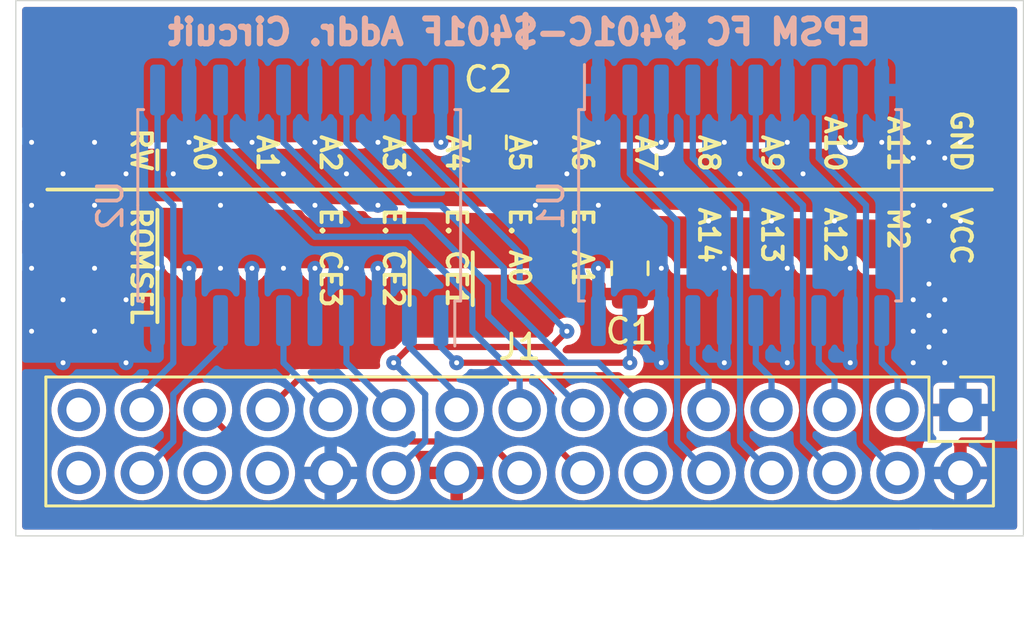
<source format=kicad_pcb>
(kicad_pcb (version 20211014) (generator pcbnew)
  (layers (0 "F.Cu" mixed) (31 "B.Cu" mixed) (34 "B.Paste" user) (35 "F.Paste" user) (36 "B.SilkS" user "B.Silkscreen") (37 "F.SilkS" user "F.Silkscreen") (38 "B.Mask" user) (39 "F.Mask" user) (44 "Edge.Cuts" user))
  (net 0 "")
  (net 1 "/CPU_A11")
  (net 2 "/M2")
  (net 3 "/CPU_A10")
  (net 4 "/CPU_A12")
  (net 5 "/CPU_A9")
  (net 6 "/CPU_A13")
  (net 7 "/CPU_A8")
  (net 8 "/CPU_A14")
  (net 9 "/CPU_A7")
  (net 10 "/CPU_A6")
  (net 11 "/CPU_A5")
  (net 12 "/CPU_A4")
  (net 13 "/CPU_A3")
  (net 14 "/CPU_A2")
  (net 15 "/CPU_A1")
  (net 16 "/CPU_A0")
  (net 17 "/CPU_R~{W}")
  (net 18 "/~{ROMSEL}")
  (net 19 "Net-(U1-Pad19)")
  (net 20 "/EPSM_~{CE2}")
  (net 21 "/GND")
  (net 22 "/VCC")
  (footprint "Capacitor_SMD:C_0805_2012Metric_Pad1.18x1.45mm_HandSolder" (layer "F.Cu") (at 130.81 127 90)
    (fp_text reference "C1" (at -2.54 0 180) (layer "F.SilkS"))
    (fp_text value "0.1uF")
    (fp_line (start -0.261252 0.735) (end 0.261252 0.735) (layer "F.SilkS") (width 0.12))
    (fp_line (start -0.261252 -0.735) (end 0.261252 -0.735) (layer "F.SilkS") (width 0.12))
    (pad "1" smd roundrect (at -1.0375 0 90) (size 1.175 1.45) (layers "F.Cu" "F.Paste" "F.Mask") (roundrect_rratio 0.212766) (net 21 "/GND"))
    (pad "2" smd roundrect (at 1.0375 0 90) (size 1.175 1.45) (layers "F.Cu" "F.Paste" "F.Mask") (roundrect_rratio 0.212766) (net 22 "/VCC"))
  )
  (footprint "Capacitor_SMD:C_0805_2012Metric_Pad1.18x1.45mm_HandSolder" (layer "F.Cu") (at 125.095 121.92 90)
    (fp_text reference "C2" (at 2.54 0 180) (layer "F.SilkS"))
    (fp_text value "0.1uF")
    (fp_line (start -0.261252 -0.735) (end 0.261252 -0.735) (layer "F.SilkS") (width 0.12))
    (fp_line (start -0.261252 0.735) (end 0.261252 0.735) (layer "F.SilkS") (width 0.12))
    (pad "1" smd roundrect (at -1.0375 0 90) (size 1.175 1.45) (layers "F.Cu" "F.Paste" "F.Mask") (roundrect_rratio 0.212766) (net 21 "/GND"))
    (pad "2" smd roundrect (at 1.0375 0 90) (size 1.175 1.45) (layers "F.Cu" "F.Paste" "F.Mask") (roundrect_rratio 0.212766) (net 22 "/VCC"))
  )
  (footprint "Connector_PinHeader_2.54mm:PinHeader_2x15_P2.54mm_Vertical" (layer "F.Cu") (at 144.145 132.715 -90)
    (fp_text reference "J1" (at -2.54 17.78) (layer "F.SilkS"))
    (fp_text value "EPSM_ADDRESSING")
    (fp_line (start -1.33 -1.33) (end 0 -1.33) (layer "F.SilkS") (width 0.12))
    (fp_line (start -1.33 1.27) (end 1.27 1.27) (layer "F.SilkS") (width 0.12))
    (fp_line (start -1.33 0) (end -1.33 -1.33) (layer "F.SilkS") (width 0.12))
    (fp_line (start 1.27 -1.33) (end 3.87 -1.33) (layer "F.SilkS") (width 0.12))
    (fp_line (start 3.87 -1.33) (end 3.87 36.89) (layer "F.SilkS") (width 0.12))
    (fp_line (start 1.27 1.27) (end 1.27 -1.33) (layer "F.SilkS") (width 0.12))
    (fp_line (start -1.33 1.27) (end -1.33 36.89) (layer "F.SilkS") (width 0.12))
    (fp_line (start -1.33 36.89) (end 3.87 36.89) (layer "F.SilkS") (width 0.12))
    (pad "1" thru_hole rect (at 0 0 270) (size 1.7 1.7) (drill 1) (layers *.Cu *.Mask) (net 21 "/GND"))
    (pad "2" thru_hole oval (at 2.54 0 270) (size 1.7 1.7) (drill 1) (layers *.Cu *.Mask) (net 22 "/VCC"))
    (pad "3" thru_hole oval (at 0 2.54 270) (size 1.7 1.7) (drill 1) (layers *.Cu *.Mask) (net 1 "/CPU_A11"))
    (pad "4" thru_hole oval (at 2.54 2.54 270) (size 1.7 1.7) (drill 1) (layers *.Cu *.Mask) (net 2 "/M2"))
    (pad "5" thru_hole oval (at 0 5.08 270) (size 1.7 1.7) (drill 1) (layers *.Cu *.Mask) (net 3 "/CPU_A10"))
    (pad "6" thru_hole oval (at 2.54 5.08 270) (size 1.7 1.7) (drill 1) (layers *.Cu *.Mask) (net 4 "/CPU_A12"))
    (pad "7" thru_hole oval (at 0 7.62 270) (size 1.7 1.7) (drill 1) (layers *.Cu *.Mask) (net 5 "/CPU_A9"))
    (pad "8" thru_hole oval (at 2.54 7.62 270) (size 1.7 1.7) (drill 1) (layers *.Cu *.Mask) (net 6 "/CPU_A13"))
    (pad "9" thru_hole oval (at 0 10.16 270) (size 1.7 1.7) (drill 1) (layers *.Cu *.Mask) (net 7 "/CPU_A8"))
    (pad "10" thru_hole oval (at 2.54 10.16 270) (size 1.7 1.7) (drill 1) (layers *.Cu *.Mask) (net 8 "/CPU_A14"))
    (pad "11" thru_hole oval (at 0 12.7 270) (size 1.7 1.7) (drill 1) (layers *.Cu *.Mask) (net 9 "/CPU_A7"))
    (pad "12" thru_hole oval (at 2.54 12.7 270) (size 1.7 1.7) (drill 1) (layers *.Cu *.Mask))
    (pad "13" thru_hole oval (at 0 15.24 270) (size 1.7 1.7) (drill 1) (layers *.Cu *.Mask) (net 10 "/CPU_A6"))
    (pad "14" thru_hole oval (at 2.54 15.24 270) (size 1.7 1.7) (drill 1) (layers *.Cu *.Mask) (net 15 "/CPU_A1"))
    (pad "15" thru_hole oval (at 0 17.78 270) (size 1.7 1.7) (drill 1) (layers *.Cu *.Mask) (net 11 "/CPU_A5"))
    (pad "16" thru_hole oval (at 2.54 17.78 270) (size 1.7 1.7) (drill 1) (layers *.Cu *.Mask) (net 16 "/CPU_A0"))
    (pad "17" thru_hole oval (at 0 20.32 270) (size 1.7 1.7) (drill 1) (layers *.Cu *.Mask) (net 12 "/CPU_A4"))
    (pad "18" thru_hole oval (at 2.54 20.32 270) (size 1.7 1.7) (drill 1) (layers *.Cu *.Mask) (net 21 "/GND"))
    (pad "19" thru_hole oval (at 0 22.86 270) (size 1.7 1.7) (drill 1) (layers *.Cu *.Mask) (net 13 "/CPU_A3"))
    (pad "20" thru_hole oval (at 2.54 22.86 270) (size 1.7 1.7) (drill 1) (layers *.Cu *.Mask) (net 20 "/EPSM_~{CE2}"))
    (pad "21" thru_hole oval (at 0 25.4 270) (size 1.7 1.7) (drill 1) (layers *.Cu *.Mask) (net 14 "/CPU_A2"))
    (pad "22" thru_hole oval (at 2.54 25.4 270) (size 1.7 1.7) (drill 1) (layers *.Cu *.Mask) (net 22 "/VCC"))
    (pad "23" thru_hole oval (at 0 27.94 270) (size 1.7 1.7) (drill 1) (layers *.Cu *.Mask) (net 15 "/CPU_A1"))
    (pad "24" thru_hole oval (at 2.54 27.94 270) (size 1.7 1.7) (drill 1) (layers *.Cu *.Mask))
    (pad "25" thru_hole oval (at 0 30.48 270) (size 1.7 1.7) (drill 1) (layers *.Cu *.Mask) (net 16 "/CPU_A0"))
    (pad "26" thru_hole oval (at 2.54 30.48 270) (size 1.7 1.7) (drill 1) (layers *.Cu *.Mask))
    (pad "27" thru_hole oval (at 0 33.02 270) (size 1.7 1.7) (drill 1) (layers *.Cu *.Mask) (net 17 "/CPU_R~{W}"))
    (pad "28" thru_hole oval (at 2.54 33.02 270) (size 1.7 1.7) (drill 1) (layers *.Cu *.Mask) (net 18 "/~{ROMSEL}"))
    (pad "29" thru_hole oval (at 0 35.56 270) (size 1.7 1.7) (drill 1) (layers *.Cu *.Mask))
    (pad "30" thru_hole oval (at 2.54 35.56 270) (size 1.7 1.7) (drill 1) (layers *.Cu *.Mask))
  )
  (footprint "Package_SO:SOIC-20W_7.5x12.8mm_P1.27mm" (layer "B.Cu") (at 117.475 124.46 90)
    (fp_text reference "U2" (at 0 -7.62 90) (layer "B.SilkS") (effects (justify mirror)))
    (fp_text value "74HC688")
    (fp_line (start -3.86 6.275) (end -5.675 6.275) (layer "B.SilkS") (width 0.12))
    (fp_line (start -3.86 6.51) (end -3.86 6.275) (layer "B.SilkS") (width 0.12))
    (fp_line (start 0 -6.51) (end -3.86 -6.51) (layer "B.SilkS") (width 0.12))
    (fp_line (start 0 6.51) (end -3.86 6.51) (layer "B.SilkS") (width 0.12))
    (fp_line (start 0 -6.51) (end 3.86 -6.51) (layer "B.SilkS") (width 0.12))
    (fp_line (start 3.86 -6.51) (end 3.86 -6.275) (layer "B.SilkS") (width 0.12))
    (fp_line (start -3.86 -6.51) (end -3.86 -6.275) (layer "B.SilkS") (width 0.12))
    (fp_line (start 0 6.51) (end 3.86 6.51) (layer "B.SilkS") (width 0.12))
    (fp_line (start 3.86 6.51) (end 3.86 6.275) (layer "B.SilkS") (width 0.12))
    (pad "1" smd roundrect (at -4.65 5.715 90) (size 2.05 0.6) (layers "B.Cu" "B.Paste" "B.Mask") (net 19 "Net-(U1-Pad19)"))
    (pad "2" smd roundrect (at -4.65 4.445 90) (size 2.05 0.6) (layers "B.Cu" "B.Paste" "B.Mask") (net 12 "/CPU_A4"))
    (pad "3" smd roundrect (at -4.65 3.175 90) (size 2.05 0.6) (layers "B.Cu" "B.Paste" "B.Mask") (net 22 "/VCC"))
    (pad "4" smd roundrect (at -4.65 1.905 90) (size 2.05 0.6) (layers "B.Cu" "B.Paste" "B.Mask") (net 13 "/CPU_A3"))
    (pad "5" smd roundrect (at -4.65 0.635 90) (size 2.05 0.6) (layers "B.Cu" "B.Paste" "B.Mask") (net 22 "/VCC"))
    (pad "6" smd roundrect (at -4.65 -0.635 90) (size 2.05 0.6) (layers "B.Cu" "B.Paste" "B.Mask") (net 14 "/CPU_A2"))
    (pad "7" smd roundrect (at -4.65 -1.905 90) (size 2.05 0.6) (layers "B.Cu" "B.Paste" "B.Mask") (net 22 "/VCC"))
    (pad "8" smd roundrect (at -4.65 -3.175 90) (size 2.05 0.6) (layers "B.Cu" "B.Paste" "B.Mask") (net 18 "/~{ROMSEL}"))
    (pad "9" smd roundrect (at -4.65 -4.445 90) (size 2.05 0.6) (layers "B.Cu" "B.Paste" "B.Mask") (net 22 "/VCC"))
    (pad "10" smd roundrect (at -4.65 -5.715 90) (size 2.05 0.6) (layers "B.Cu" "B.Paste" "B.Mask") (net 21 "/GND"))
    (pad "11" smd roundrect (at 4.65 -5.715 90) (size 2.05 0.6) (layers "B.Cu" "B.Paste" "B.Mask") (net 17 "/CPU_R~{W}"))
    (pad "12" smd roundrect (at 4.65 -4.445 90) (size 2.05 0.6) (layers "B.Cu" "B.Paste" "B.Mask") (net 21 "/GND"))
    (pad "13" smd roundrect (at 4.65 -3.175 90) (size 2.05 0.6) (layers "B.Cu" "B.Paste" "B.Mask") (net 11 "/CPU_A5"))
    (pad "14" smd roundrect (at 4.65 -1.905 90) (size 2.05 0.6) (layers "B.Cu" "B.Paste" "B.Mask") (net 21 "/GND"))
    (pad "15" smd roundrect (at 4.65 -0.635 90) (size 2.05 0.6) (layers "B.Cu" "B.Paste" "B.Mask") (net 10 "/CPU_A6"))
    (pad "16" smd roundrect (at 4.65 0.635 90) (size 2.05 0.6) (layers "B.Cu" "B.Paste" "B.Mask") (net 21 "/GND"))
    (pad "17" smd roundrect (at 4.65 1.905 90) (size 2.05 0.6) (layers "B.Cu" "B.Paste" "B.Mask") (net 9 "/CPU_A7"))
    (pad "18" smd roundrect (at 4.65 3.175 90) (size 2.05 0.6) (layers "B.Cu" "B.Paste" "B.Mask") (net 21 "/GND"))
    (pad "19" smd roundrect (at 4.65 4.445 90) (size 2.05 0.6) (layers "B.Cu" "B.Paste" "B.Mask") (net 20 "/EPSM_~{CE2}"))
    (pad "20" smd roundrect (at 4.65 5.715 90) (size 2.05 0.6) (layers "B.Cu" "B.Paste" "B.Mask") (net 22 "/VCC"))
  )
  (footprint "Package_SO:SOIC-20W_7.5x12.8mm_P1.27mm" (layer "B.Cu") (at 135.255 124.46 -90)
    (fp_text reference "U1" (at 0 7.62 90) (layer "B.SilkS") (effects (justify mirror)))
    (fp_text value "74HC688")
    (fp_line (start -3.86 6.51) (end -3.86 6.275) (layer "B.SilkS") (width 0.12))
    (fp_line (start 3.86 6.51) (end 3.86 6.275) (layer "B.SilkS") (width 0.12))
    (fp_line (start 0 -6.51) (end -3.86 -6.51) (layer "B.SilkS") (width 0.12))
    (fp_line (start 0 -6.51) (end 3.86 -6.51) (layer "B.SilkS") (width 0.12))
    (fp_line (start 0 6.51) (end 3.86 6.51) (layer "B.SilkS") (width 0.12))
    (fp_line (start 3.86 -6.51) (end 3.86 -6.275) (layer "B.SilkS") (width 0.12))
    (fp_line (start -3.86 -6.51) (end -3.86 -6.275) (layer "B.SilkS") (width 0.12))
    (fp_line (start -3.86 6.275) (end -5.675 6.275) (layer "B.SilkS") (width 0.12))
    (fp_line (start 0 6.51) (end -3.86 6.51) (layer "B.SilkS") (width 0.12))
    (pad "1" smd roundrect (at -4.65 5.715 270) (size 2.05 0.6) (layers "B.Cu" "B.Paste" "B.Mask") (net 21 "/GND"))
    (pad "2" smd roundrect (at -4.65 4.445 270) (size 2.05 0.6) (layers "B.Cu" "B.Paste" "B.Mask") (net 8 "/CPU_A14"))
    (pad "3" smd roundrect (at -4.65 3.175 270) (size 2.05 0.6) (layers "B.Cu" "B.Paste" "B.Mask") (net 22 "/VCC"))
    (pad "4" smd roundrect (at -4.65 1.905 270) (size 2.05 0.6) (layers "B.Cu" "B.Paste" "B.Mask") (net 6 "/CPU_A13"))
    (pad "5" smd roundrect (at -4.65 0.635 270) (size 2.05 0.6) (layers "B.Cu" "B.Paste" "B.Mask") (net 21 "/GND"))
    (pad "6" smd roundrect (at -4.65 -0.635 270) (size 2.05 0.6) (layers "B.Cu" "B.Paste" "B.Mask") (net 4 "/CPU_A12"))
    (pad "7" smd roundrect (at -4.65 -1.905 270) (size 2.05 0.6) (layers "B.Cu" "B.Paste" "B.Mask") (net 21 "/GND"))
    (pad "8" smd roundrect (at -4.65 -3.175 270) (size 2.05 0.6) (layers "B.Cu" "B.Paste" "B.Mask") (net 2 "/M2"))
    (pad "9" smd roundrect (at -4.65 -4.445 270) (size 2.05 0.6) (layers "B.Cu" "B.Paste" "B.Mask") (net 22 "/VCC"))
    (pad "10" smd roundrect (at -4.65 -5.715 270) (size 2.05 0.6) (layers "B.Cu" "B.Paste" "B.Mask") (net 21 "/GND"))
    (pad "11" smd roundrect (at 4.65 -5.715 270) (size 2.05 0.6) (layers "B.Cu" "B.Paste" "B.Mask") (net 1 "/CPU_A11"))
    (pad "12" smd roundrect (at 4.65 -4.445 270) (size 2.05 0.6) (layers "B.Cu" "B.Paste" "B.Mask") (net 21 "/GND"))
    (pad "13" smd roundrect (at 4.65 -3.175 270) (size 2.05 0.6) (layers "B.Cu" "B.Paste" "B.Mask") (net 3 "/CPU_A10"))
    (pad "14" smd roundrect (at 4.65 -1.905 270) (size 2.05 0.6) (layers "B.Cu" "B.Paste" "B.Mask") (net 21 "/GND"))
    (pad "15" smd roundrect (at 4.65 -0.635 270) (size 2.05 0.6) (layers "B.Cu" "B.Paste" "B.Mask") (net 5 "/CPU_A9"))
    (pad "16" smd roundrect (at 4.65 0.635 270) (size 2.05 0.6) (layers "B.Cu" "B.Paste" "B.Mask") (net 21 "/GND"))
    (pad "17" smd roundrect (at 4.65 1.905 270) (size 2.05 0.6) (layers "B.Cu" "B.Paste" "B.Mask") (net 7 "/CPU_A8"))
    (pad "18" smd roundrect (at 4.65 3.175 270) (size 2.05 0.6) (layers "B.Cu" "B.Paste" "B.Mask") (net 21 "/GND"))
    (pad "19" smd roundrect (at 4.65 4.445 270) (size 2.05 0.6) (layers "B.Cu" "B.Paste" "B.Mask") (net 19 "Net-(U1-Pad19)"))
    (pad "20" smd roundrect (at 4.65 5.715 270) (size 2.05 0.6) (layers "B.Cu" "B.Paste" "B.Mask") (net 22 "/VCC"))
  )
  (gr_line (start 145.415 123.825) (end 107.315 123.825) (layer "F.SilkS") (width 0.15))
  (gr_rect (start 146.685 137.795) (end 106.045 116.205) (layer "Edge.Cuts") (width 0.05) (fill none))
  (gr_text "EPSM FC $401C-$401F Addr. Circuit" (at 126.365 117.475) (layer "B.SilkS") (effects (font (size 1 1) (thickness 0.25)) (justify mirror)))
  (gr_text "GND\n\nA11\n\nA10\n\nA9\n\nA8\n\nA7\n\nA6\n\nA5\n\nA4\n\nA3\n\nA2\n\nA1\n\nA0\n\nR~{W}\n\n " (at 126.365 123.19 270) (layer "F.SilkS") (effects (font (size 0.79 0.8) (thickness 0.15875)) (justify right)))
  (gr_text "VCC\n\nM2\n\nA12\n\nA13\n\nA14\n\n \n\nE. A1\n\nE. A0\n\nE. ~{CE1}\n\nE. ~{CE2}\n\nE. CE3\n\n \n\n \n\n~{ROMSEL}\n\n " (at 126.365 124.46 270) (layer "F.SilkS") (effects (font (size 0.79 0.8) (thickness 0.15875)) (justify left)))
  (segment (start 141.605 131.445) (end 140.97 130.81) (width 0.25) (layer "B.Cu") (net 1))
  (segment (start 140.97 130.81) (end 140.97 129.11) (width 0.25) (layer "B.Cu") (net 1))
  (segment (start 141.605 132.715) (end 141.605 131.445) (width 0.25) (layer "B.Cu") (net 1))
  (segment (start 140.335 124.46) (end 138.43 122.555) (width 0.25) (layer "B.Cu") (net 2))
  (segment (start 140.335 132.715) (end 140.335 124.46) (width 0.25) (layer "B.Cu") (net 2))
  (segment (start 140.335 133.985) (end 140.335 132.715) (width 0.25) (layer "B.Cu") (net 2))
  (segment (start 141.605 135.255) (end 140.335 133.985) (width 0.25) (layer "B.Cu") (net 2))
  (segment (start 138.43 122.555) (end 138.43 119.81) (width 0.25) (layer "B.Cu") (net 2))
  (segment (start 138.43 130.81) (end 138.43 129.11) (width 0.25) (layer "B.Cu") (net 3))
  (segment (start 139.065 132.715) (end 139.065 131.445) (width 0.25) (layer "B.Cu") (net 3))
  (segment (start 139.065 131.445) (end 138.43 130.81) (width 0.25) (layer "B.Cu") (net 3))
  (segment (start 135.89 122.555) (end 135.89 119.81) (width 0.25) (layer "B.Cu") (net 4))
  (segment (start 137.795 132.715) (end 137.795 124.46) (width 0.25) (layer "B.Cu") (net 4))
  (segment (start 139.065 135.255) (end 137.795 133.985) (width 0.25) (layer "B.Cu") (net 4))
  (segment (start 137.795 124.46) (end 135.89 122.555) (width 0.25) (layer "B.Cu") (net 4))
  (segment (start 137.795 133.985) (end 137.795 132.715) (width 0.25) (layer "B.Cu") (net 4))
  (segment (start 136.525 132.715) (end 136.525 131.445) (width 0.25) (layer "B.Cu") (net 5))
  (segment (start 136.525 131.445) (end 135.89 130.81) (width 0.25) (layer "B.Cu") (net 5))
  (segment (start 135.89 130.81) (end 135.89 129.11) (width 0.25) (layer "B.Cu") (net 5))
  (segment (start 135.255 133.985) (end 135.255 132.715) (width 0.25) (layer "B.Cu") (net 6))
  (segment (start 133.35 122.555) (end 133.35 119.81) (width 0.25) (layer "B.Cu") (net 6))
  (segment (start 136.525 135.255) (end 135.255 133.985) (width 0.25) (layer "B.Cu") (net 6))
  (segment (start 135.255 132.715) (end 135.255 124.46) (width 0.25) (layer "B.Cu") (net 6))
  (segment (start 135.255 124.46) (end 133.35 122.555) (width 0.25) (layer "B.Cu") (net 6))
  (segment (start 133.985 132.715) (end 133.985 131.445) (width 0.25) (layer "B.Cu") (net 7))
  (segment (start 133.35 130.81) (end 133.35 129.11) (width 0.25) (layer "B.Cu") (net 7))
  (segment (start 133.985 131.445) (end 133.35 130.81) (width 0.25) (layer "B.Cu") (net 7))
  (segment (start 132.715 133.985) (end 132.715 132.715) (width 0.25) (layer "B.Cu") (net 8))
  (segment (start 130.81 123.19) (end 130.81 119.81) (width 0.25) (layer "B.Cu") (net 8))
  (segment (start 132.715 132.715) (end 132.715 125.095) (width 0.25) (layer "B.Cu") (net 8))
  (segment (start 132.715 125.095) (end 130.81 123.19) (width 0.25) (layer "B.Cu") (net 8))
  (segment (start 133.985 135.255) (end 132.715 133.985) (width 0.25) (layer "B.Cu") (net 8))
  (segment (start 119.38 119.81) (end 119.38 121.92) (width 0.25) (layer "B.Cu") (net 9))
  (segment (start 123.19 124.46) (end 125.73 127) (width 0.25) (layer "B.Cu") (net 9))
  (segment (start 129.54 130.81) (end 131.445 132.715) (width 0.25) (layer "B.Cu") (net 9))
  (segment (start 128.27 130.81) (end 129.54 130.81) (width 0.25) (layer "B.Cu") (net 9))
  (segment (start 125.73 127) (end 125.73 128.27) (width 0.25) (layer "B.Cu") (net 9))
  (segment (start 125.73 128.27) (end 128.27 130.81) (width 0.25) (layer "B.Cu") (net 9))
  (segment (start 121.92 124.46) (end 123.19 124.46) (width 0.25) (layer "B.Cu") (net 9))
  (segment (start 119.38 121.92) (end 121.92 124.46) (width 0.25) (layer "B.Cu") (net 9))
  (segment (start 120.65 125.095) (end 120.015 125.095) (width 0.25) (layer "B.Cu") (net 10))
  (segment (start 123.19 125.73) (end 122.555 125.095) (width 0.25) (layer "B.Cu") (net 10))
  (segment (start 125.095 127.635) (end 123.19 125.73) (width 0.25) (layer "B.Cu") (net 10))
  (segment (start 122.555 125.095) (end 120.65 125.095) (width 0.25) (layer "B.Cu") (net 10))
  (segment (start 128.905 132.715) (end 125.095 128.905) (width 0.25) (layer "B.Cu") (net 10))
  (segment (start 125.095 128.905) (end 125.095 127.635) (width 0.25) (layer "B.Cu") (net 10))
  (segment (start 116.84 121.92) (end 116.84 119.81) (width 0.25) (layer "B.Cu") (net 10))
  (segment (start 120.015 125.095) (end 116.84 121.92) (width 0.25) (layer "B.Cu") (net 10))
  (segment (start 120.65 125.73) (end 118.11 125.73) (width 0.25) (layer "B.Cu") (net 11))
  (segment (start 124.46 128.27) (end 121.92 125.73) (width 0.25) (layer "B.Cu") (net 11))
  (segment (start 126.365 132.715) (end 126.365 131.445) (width 0.25) (layer "B.Cu") (net 11))
  (segment (start 124.46 129.54) (end 124.46 128.27) (width 0.25) (layer "B.Cu") (net 11))
  (segment (start 118.11 125.73) (end 114.3 121.92) (width 0.25) (layer "B.Cu") (net 11))
  (segment (start 121.92 125.73) (end 120.65 125.73) (width 0.25) (layer "B.Cu") (net 11))
  (segment (start 126.365 131.445) (end 124.46 129.54) (width 0.25) (layer "B.Cu") (net 11))
  (segment (start 114.3 121.92) (end 114.3 119.81) (width 0.25) (layer "B.Cu") (net 11))
  (segment (start 121.92 130.175) (end 121.92 129.11) (width 0.25) (layer "B.Cu") (net 12))
  (segment (start 123.825 132.08) (end 121.92 130.175) (width 0.25) (layer "B.Cu") (net 12))
  (segment (start 123.825 132.715) (end 123.825 132.08) (width 0.25) (layer "B.Cu") (net 12))
  (segment (start 119.38 130.81) (end 119.38 129.11) (width 0.25) (layer "B.Cu") (net 13))
  (segment (start 121.285 132.715) (end 119.38 130.81) (width 0.25) (layer "B.Cu") (net 13))
  (segment (start 116.84 130.81) (end 116.84 129.11) (width 0.25) (layer "B.Cu") (net 14))
  (segment (start 118.745 132.715) (end 116.84 130.81) (width 0.25) (layer "B.Cu") (net 14))
  (segment (start 127.635 132.08) (end 127 131.445) (width 0.25) (layer "F.Cu") (net 15))
  (segment (start 117.475 131.445) (end 116.205 132.715) (width 0.25) (layer "F.Cu") (net 15))
  (segment (start 127 131.445) (end 117.475 131.445) (width 0.25) (layer "F.Cu") (net 15))
  (segment (start 127.635 133.985) (end 127.635 132.08) (width 0.25) (layer "F.Cu") (net 15))
  (segment (start 128.905 135.255) (end 127.635 133.985) (width 0.25) (layer "F.Cu") (net 15))
  (segment (start 114.935 133.985) (end 113.665 132.715) (width 0.25) (layer "F.Cu") (net 16))
  (segment (start 126.365 135.255) (end 125.095 133.985) (width 0.25) (layer "F.Cu") (net 16))
  (segment (start 125.095 133.985) (end 114.935 133.985) (width 0.25) (layer "F.Cu") (net 16))
  (segment (start 111.125 132.715) (end 111.125 132.08) (width 0.25) (layer "B.Cu") (net 17))
  (segment (start 111.76 123.825) (end 111.76 119.81) (width 0.25) (layer "B.Cu") (net 17))
  (segment (start 112.395 130.81) (end 112.395 124.46) (width 0.25) (layer "B.Cu") (net 17))
  (segment (start 112.395 124.46) (end 111.76 123.825) (width 0.25) (layer "B.Cu") (net 17))
  (segment (start 111.125 132.08) (end 112.395 130.81) (width 0.25) (layer "B.Cu") (net 17))
  (segment (start 111.125 135.255) (end 112.395 133.985) (width 0.25) (layer "B.Cu") (net 18))
  (segment (start 112.395 133.985) (end 112.395 132.715) (width 0.25) (layer "B.Cu") (net 18))
  (segment (start 112.395 132.715) (end 112.395 132.08) (width 0.25) (layer "B.Cu") (net 18))
  (segment (start 114.3 130.175) (end 114.3 129.11) (width 0.25) (layer "B.Cu") (net 18))
  (segment (start 112.395 132.08) (end 114.3 130.175) (width 0.25) (layer "B.Cu") (net 18))
  (segment (start 130.81 130.81) (end 123.825 130.81) (width 0.25) (layer "F.Cu") (net 19))
  (via (at 130.81 130.81) (size 0.6) (drill 0.2) (layers "F.Cu" "B.Cu") (net 19))
  (via (at 123.825 130.81) (size 0.6) (drill 0.2) (layers "F.Cu" "B.Cu") (net 19))
  (segment (start 123.825 130.81) (end 123.19 130.175) (width 0.25) (layer "B.Cu") (net 19))
  (segment (start 130.81 129.11) (end 130.81 130.81) (width 0.25) (layer "B.Cu") (net 19))
  (segment (start 123.19 130.175) (end 123.19 129.11) (width 0.25) (layer "B.Cu") (net 19))
  (segment (start 121.92 130.175) (end 127.635 130.175) (width 0.25) (layer "F.Cu") (net 20))
  (segment (start 127.635 130.175) (end 128.27 129.54) (width 0.25) (layer "F.Cu") (net 20))
  (segment (start 121.285 130.81) (end 121.92 130.175) (width 0.25) (layer "F.Cu") (net 20))
  (via (at 128.27 129.54) (size 0.6) (drill 0.2) (layers "F.Cu" "B.Cu") (net 20))
  (via (at 121.285 130.81) (size 0.6) (drill 0.2) (layers "F.Cu" "B.Cu") (net 20))
  (segment (start 122.555 133.985) (end 121.285 135.255) (width 0.25) (layer "B.Cu") (net 20))
  (segment (start 122.555 132.715) (end 122.555 133.985) (width 0.25) (layer "B.Cu") (net 20))
  (segment (start 126.365 126.365) (end 126.365 127.635) (width 0.25) (layer "B.Cu") (net 20))
  (segment (start 121.285 130.81) (end 122.555 132.08) (width 0.25) (layer "B.Cu") (net 20))
  (segment (start 121.92 121.92) (end 126.365 126.365) (width 0.25) (layer "B.Cu") (net 20))
  (segment (start 122.555 132.08) (end 122.555 132.715) (width 0.25) (layer "B.Cu") (net 20))
  (segment (start 126.365 127.635) (end 128.27 129.54) (width 0.25) (layer "B.Cu") (net 20))
  (segment (start 121.92 119.81) (end 121.92 121.92) (width 0.25) (layer "B.Cu") (net 20))
  (via (at 144.145 121.92) (size 0.6) (drill 0.2) (layers "F.Cu" "B.Cu") (net 21))
  (via (at 137.16 130.81) (size 0.6) (drill 0.2) (layers "F.Cu" "B.Cu") (net 21))
  (via (at 120.65 121.92) (size 0.6) (drill 0.2) (layers "F.Cu" "B.Cu") (net 21))
  (via (at 137.795 123.19) (size 0.6) (drill 0.2) (layers "F.Cu" "B.Cu") (net 21))
  (via (at 106.68 127) (size 0.6) (drill 0.2) (layers "F.Cu" "B.Cu") (net 21))
  (via (at 132.08 123.19) (size 0.6) (drill 0.2) (layers "F.Cu" "B.Cu") (net 21))
  (via (at 127 121.92) (size 0.6) (drill 0.2) (layers "F.Cu" "B.Cu") (net 21))
  (via (at 134.62 130.81) (size 0.6) (drill 0.2) (layers "F.Cu" "B.Cu") (net 21))
  (via (at 129.54 121.92) (size 0.6) (drill 0.2) (layers "F.Cu" "B.Cu") (net 21))
  (via (at 118.11 124.46) (size 0.6) (drill 0.2) (layers "F.Cu" "B.Cu") (net 21))
  (via (at 110.49 130.81) (size 0.6) (drill 0.2) (layers "F.Cu" "B.Cu") (net 21))
  (via (at 114.3 124.46) (size 0.6) (drill 0.2) (layers "F.Cu" "B.Cu") (net 21))
  (via (at 112.395 123.19) (size 0.6) (drill 0.2) (layers "F.Cu" "B.Cu") (net 21))
  (via (at 144.145 125.095) (size 0.6) (drill 0.2) (layers "F.Cu" "B.Cu") (net 21))
  (via (at 137.16 127) (size 0.6) (drill 0.2) (layers "F.Cu" "B.Cu") (net 21))
  (via (at 142.24 124.46) (size 0.6) (drill 0.2) (layers "F.Cu" "B.Cu") (net 21))
  (via (at 134.62 127) (size 0.6) (drill 0.2) (layers "F.Cu" "B.Cu") (net 21))
  (via (at 119.38 127) (size 0.6) (drill 0.2) (layers "F.Cu" "B.Cu") (net 21))
  (via (at 115.57 121.92) (size 0.6) (drill 0.2) (layers "F.Cu" "B.Cu") (net 21))
  (via (at 142.24 128.27) (size 0.6) (drill 0.2) (layers "F.Cu" "B.Cu") (net 21))
  (via (at 106.68 129.54) (size 0.6) (drill 0.2) (layers "F.Cu" "B.Cu") (net 21))
  (via (at 119.38 123.19) (size 0.6) (drill 0.2) (layers "F.Cu" "B.Cu") (net 21))
  (via (at 143.51 129.54) (size 0.6) (drill 0.2) (layers "F.Cu" "B.Cu") (net 21))
  (via (at 137.16 121.92) (size 0.6) (drill 0.2) (layers "F.Cu" "B.Cu") (net 21))
  (via (at 140.97 121.92) (size 0.6) (drill 0.2) (layers "F.Cu" "B.Cu") (net 21))
  (via (at 128.27 123.19) (size 0.6) (drill 0.2) (layers "F.Cu" "B.Cu") (net 21))
  (via (at 116.84 123.19) (size 0.6) (drill 0.2) (layers "F.Cu" "B.Cu") (net 21))
  (via (at 109.22 121.92) (size 0.6) (drill 0.2) (layers "F.Cu" "B.Cu") (net 21))
  (via (at 114.3 123.19) (size 0.6) (drill 0.2) (layers "F.Cu" "B.Cu") (net 21))
  (via (at 139.065 125.095) (size 0.6) (drill 0.2) (layers "F.Cu" "B.Cu") (net 21))
  (via (at 110.49 123.19) (size 0.6) (drill 0.2) (layers "F.Cu" "B.Cu") (net 21))
  (via (at 133.985 125.095) (size 0.6) (drill 0.2) (layers "F.Cu" "B.Cu") (net 21))
  (via (at 109.22 127) (size 0.6) (drill 0.2) (layers "F.Cu" "B.Cu") (net 21))
  (via (at 142.24 130.81) (size 0.6) (drill 0.2) (layers "F.Cu" "B.Cu") (net 21))
  (via (at 127 124.46) (size 0.6) (drill 0.2) (layers "F.Cu" "B.Cu") (net 21))
  (via (at 114.3 127) (size 0.6) (drill 0.2) (layers "F.Cu" "B.Cu") (net 21))
  (via (at 142.875 128.905) (size 0.6) (drill 0.2) (layers "F.Cu" "B.Cu") (net 21))
  (via (at 109.22 124.46) (size 0.6) (drill 0.2) (layers "F.Cu" "B.Cu") (net 21))
  (via (at 142.24 129.54) (size 0.6) (drill 0.2) (layers "F.Cu" "B.Cu") (net 21))
  (via (at 109.22 129.54) (size 0.6) (drill 0.2) (layers "F.Cu" "B.Cu") (net 21))
  (via (at 107.95 128.27) (size 0.6) (drill 0.2) (layers "F.Cu" "B.Cu") (net 21))
  (via (at 118.11 121.92) (size 0.6) (drill 0.2) (layers "F.Cu" "B.Cu") (net 21))
  (via (at 143.51 124.46) (size 0.6) (drill 0.2) (layers "F.Cu" "B.Cu") (net 21))
  (via (at 143.51 128.27) (size 0.6) (drill 0.2) (layers "F.Cu" "B.Cu") (net 21))
  (via (at 121.92 123.19) (size 0.6) (drill 0.2) (layers "F.Cu" "B.Cu") (net 21))
  (via (at 106.68 121.92) (size 0.6) (drill 0.2) (layers "F.Cu" "B.Cu") (net 21))
  (via (at 116.84 127) (size 0.6) (drill 0.2) (layers "F.Cu" "B.Cu") (net 21))
  (via (at 136.525 125.095) (size 0.6) (drill 0.2) (layers "F.Cu" "B.Cu") (net 21))
  (via (at 111.76 127) (size 0.6) (drill 0.2) (layers "F.Cu" "B.Cu") (net 21))
  (via (at 129.54 124.46) (size 0.6) (drill 0.2) (layers "F.Cu" "B.Cu") (net 21))
  (via (at 110.49 128.27) (size 0.6) (drill 0.2) (layers "F.Cu" "B.Cu") (net 21))
  (via (at 143.51 122.555) (size 0.6) (drill 0.2) (layers "F.Cu" "B.Cu") (net 21))
  (via (at 106.68 124.46) (size 0.6) (drill 0.2) (layers "F.Cu" "B.Cu") (net 21))
  (via (at 142.875 127.635) (size 0.6) (drill 0.2) (layers "F.Cu" "B.Cu") (net 21))
  (via (at 142.24 122.555) (size 0.6) (drill 0.2) (layers "F.Cu" "B.Cu") (net 21))
  (via (at 132.08 130.81) (size 0.6) (drill 0.2) (layers "F.Cu" "B.Cu") (net 21))
  (via (at 142.875 130.175) (size 0.6) (drill 0.2) (layers "F.Cu" "B.Cu") (net 21))
  (via (at 142.875 121.92) (size 0.6) (drill 0.2) (layers "F.Cu" "B.Cu") (net 21))
  (via (at 132.08 127) (size 0.6) (drill 0.2) (layers "F.Cu" "B.Cu") (net 21))
  (via (at 143.51 130.81) (size 0.6) (drill 0.2) (layers "F.Cu" "B.Cu") (net 21))
  (via (at 139.7 127) (size 0.6) (drill 0.2) (layers "F.Cu" "B.Cu") (net 21))
  (via (at 120.65 124.46) (size 0.6) (drill 0.2) (layers "F.Cu" "B.Cu") (net 21))
  (via (at 139.7 130.81) (size 0.6) (drill 0.2) (layers "F.Cu" "B.Cu") (net 21))
  (via (at 113.03 121.92) (size 0.6) (drill 0.2) (layers "F.Cu" "B.Cu") (net 21))
  (via (at 142.875 125.095) (size 0.6) (drill 0.2) (layers "F.Cu" "B.Cu") (net 21))
  (via (at 134.62 121.92) (size 0.6) (drill 0.2) (layers "F.Cu" "B.Cu") (net 21))
  (via (at 107.95 123.19) (size 0.6) (drill 0.2) (layers "F.Cu" "B.Cu") (net 21))
  (via (at 107.95 130.81) (size 0.6) (drill 0.2) (layers "F.Cu" "B.Cu") (net 21))
  (via (at 135.255 123.19) (size 0.6) (drill 0.2) (layers "F.Cu" "B.Cu") (net 21))
  (via (at 113.03 127) (size 0.6) (drill 0.2) (layers "F.Cu" "B.Cu") (net 22))
  (via (at 129.54 127) (size 0.6) (drill 0.2) (layers "F.Cu" "B.Cu") (net 22))
  (via (at 120.65 127) (size 0.6) (drill 0.2) (layers "F.Cu" "B.Cu") (net 22))
  (via (at 118.11 127) (size 0.6) (drill 0.2) (layers "F.Cu" "B.Cu") (net 22))
  (via (at 132.08 121.92) (size 0.6) (drill 0.2) (layers "F.Cu" "B.Cu") (net 22))
  (via (at 115.57 127) (size 0.6) (drill 0.2) (layers "F.Cu" "B.Cu") (net 22))
  (via (at 123.19 121.92) (size 0.6) (drill 0.2) (layers "F.Cu" "B.Cu") (net 22))
  (via (at 139.7 121.92) (size 0.6) (drill 0.2) (layers "F.Cu" "B.Cu") (net 22))
  (segment (start 139.7 119.81) (end 139.7 121.92) (width 0.5) (layer "B.Cu") (net 22))
  (segment (start 118.11 129.11) (end 118.11 127) (width 0.5) (layer "B.Cu") (net 22))
  (segment (start 123.19 119.81) (end 123.19 121.92) (width 0.5) (layer "B.Cu") (net 22))
  (segment (start 120.65 129.11) (end 120.65 127) (width 0.5) (layer "B.Cu") (net 22))
  (segment (start 115.57 129.11) (end 115.57 127) (width 0.5) (layer "B.Cu") (net 22))
  (segment (start 132.08 119.81) (end 132.08 121.92) (width 0.5) (layer "B.Cu") (net 22))
  (segment (start 113.03 129.11) (end 113.03 127) (width 0.5) (layer "B.Cu") (net 22))
  (segment (start 129.54 129.11) (end 129.54 127) (width 0.5) (layer "B.Cu") (net 22))
  (zone (net 21) (net_name "/GND") (layer "F.Cu") (priority 1) (connect_pads (clearance 0.254)) (min_thickness 0.254) (fill yes (thermal_gap 0.254) (thermal_bridge_width 0.5) (smoothing fillet) (radius 0.254))
    (polygon (pts (xy 144.145 125.095) (xy 106.045 124.46) (xy 106.045 121.92) (xy 144.145 121.92)))
  )
  (zone (net 22) (net_name "/VCC") (layer "F.Cu") (priority 2) (connect_pads (clearance 0.254)) (min_thickness 0.254) (fill yes (thermal_gap 0.254) (thermal_bridge_width 0.5) (smoothing fillet) (radius 0.254))
    (polygon (pts (xy 146.685 137.795) (xy 142.875 137.795) (xy 142.875 133.985) (xy 144.145 133.985) (xy 144.145 127) (xy 106.045 127) (xy 106.045 124.46) (xy 144.145 125.095) (xy 144.145 121.92) (xy 106.045 121.92) (xy 106.045 116.205) (xy 146.685 116.205)))
  )
  (zone (net 21) (net_name "/GND") (layer "F.Cu") (priority 1) (connect_pads (clearance 0.254)) (min_thickness 0.254) (fill yes (thermal_gap 0.254) (thermal_bridge_width 0.5) (smoothing fillet) (radius 0.254))
    (polygon (pts (xy 144.145 127) (xy 144.145 133.985) (xy 142.875 133.985) (xy 142.875 137.795) (xy 106.045 137.795) (xy 106.045 127)))
  )
  (zone (net 21) (net_name "/GND") (layer "B.Cu") (priority 2) (connect_pads (clearance 0.254)) (min_thickness 0.254) (fill yes (thermal_gap 0.254) (thermal_bridge_width 0.5) (smoothing fillet) (radius 0.254))
    (polygon (pts (xy 146.685 133.985) (xy 141.605 133.985) (xy 141.605 130.81) (xy 106.045 130.81) (xy 106.045 116.205) (xy 146.685 116.205)))
  )
  (zone (net 22) (net_name "/VCC") (layer "B.Cu") (priority 1) (connect_pads (clearance 0.254)) (min_thickness 0.254) (fill yes (thermal_gap 0.254) (thermal_bridge_width 0.5) (smoothing fillet) (radius 0.254))
    (polygon (pts (xy 141.605 133.985) (xy 146.685 133.985) (xy 146.685 137.795) (xy 106.045 137.795) (xy 106.045 130.81) (xy 141.605 130.81)))
  )
)
</source>
